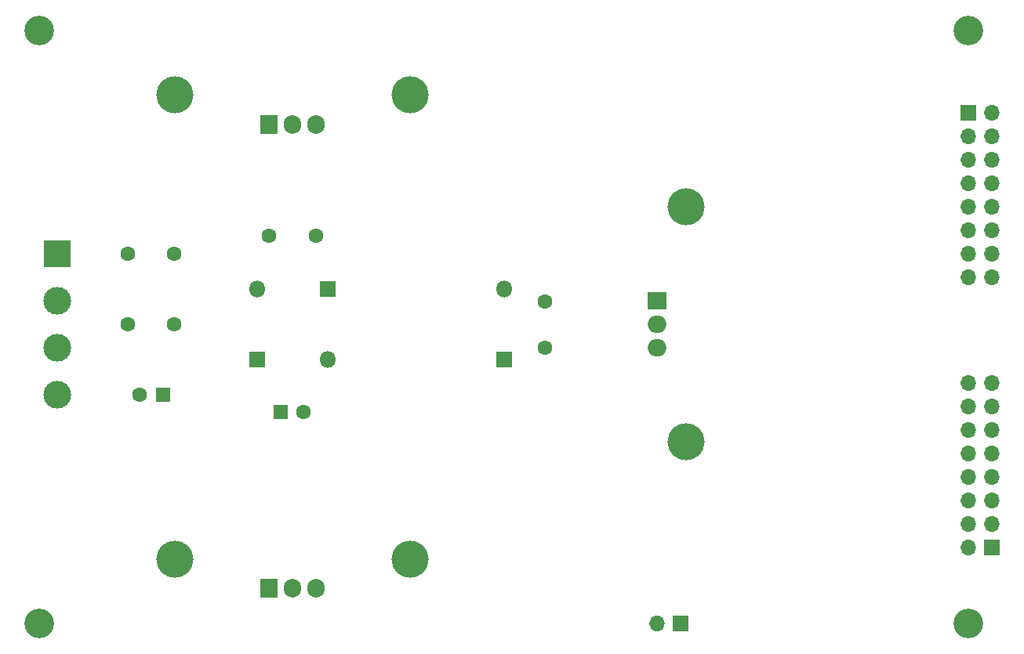
<source format=gbr>
%TF.GenerationSoftware,KiCad,Pcbnew,(5.1.10)-1*%
%TF.CreationDate,2021-10-01T01:08:29-04:00*%
%TF.ProjectId,regulator,72656775-6c61-4746-9f72-2e6b69636164,rev?*%
%TF.SameCoordinates,Original*%
%TF.FileFunction,Soldermask,Top*%
%TF.FilePolarity,Negative*%
%FSLAX46Y46*%
G04 Gerber Fmt 4.6, Leading zero omitted, Abs format (unit mm)*
G04 Created by KiCad (PCBNEW (5.1.10)-1) date 2021-10-01 01:08:29*
%MOMM*%
%LPD*%
G01*
G04 APERTURE LIST*
%ADD10C,3.200000*%
%ADD11C,4.000000*%
%ADD12C,1.600000*%
%ADD13R,1.600000X1.600000*%
%ADD14R,1.800000X1.800000*%
%ADD15O,1.800000X1.800000*%
%ADD16C,3.000000*%
%ADD17R,3.000000X3.000000*%
%ADD18R,1.905000X2.000000*%
%ADD19O,1.905000X2.000000*%
%ADD20R,2.000000X1.905000*%
%ADD21O,2.000000X1.905000*%
%ADD22R,1.700000X1.700000*%
%ADD23O,1.700000X1.700000*%
G04 APERTURE END LIST*
D10*
%TO.C,m3*%
X213995000Y-151765000D03*
%TD*%
%TO.C,m3*%
X113665000Y-151765000D03*
%TD*%
%TO.C,m3*%
X113665000Y-87630000D03*
%TD*%
%TO.C,m3*%
X213995000Y-87630000D03*
%TD*%
D11*
%TO.C,L7912*%
X128270000Y-144780000D03*
X153670000Y-144780000D03*
%TD*%
%TO.C,L7812*%
X183515000Y-132080000D03*
X183515000Y-106680000D03*
%TD*%
%TO.C,L7805*%
X153670000Y-94615000D03*
X128270000Y-94615000D03*
%TD*%
D12*
%TO.C,C1*%
X123190000Y-111760000D03*
X128190000Y-111760000D03*
%TD*%
%TO.C,C2*%
X138510000Y-109855000D03*
X143510000Y-109855000D03*
%TD*%
%TO.C,C3*%
X123190000Y-119380000D03*
X128190000Y-119380000D03*
%TD*%
%TO.C,C4*%
X168275000Y-121920000D03*
X168275000Y-116920000D03*
%TD*%
D13*
%TO.C,C5*%
X127000000Y-127000000D03*
D12*
X124500000Y-127000000D03*
%TD*%
D13*
%TO.C,C6*%
X139700000Y-128905000D03*
D12*
X142200000Y-128905000D03*
%TD*%
D14*
%TO.C,D1*%
X144780000Y-115570000D03*
D15*
X137160000Y-115570000D03*
%TD*%
D14*
%TO.C,D2*%
X163830000Y-123190000D03*
D15*
X163830000Y-115570000D03*
%TD*%
%TO.C,D3*%
X144780000Y-123190000D03*
D14*
X137160000Y-123190000D03*
%TD*%
D16*
%TO.C,J1*%
X115570000Y-116840000D03*
X115570000Y-121920000D03*
D17*
X115570000Y-111760000D03*
D16*
X115570000Y-127000000D03*
%TD*%
D18*
%TO.C,U1*%
X138430000Y-97790000D03*
D19*
X140970000Y-97790000D03*
X143510000Y-97790000D03*
%TD*%
D20*
%TO.C,U2*%
X180340000Y-116840000D03*
D21*
X180340000Y-119380000D03*
X180340000Y-121920000D03*
%TD*%
D19*
%TO.C,U3*%
X143510000Y-147955000D03*
X140970000Y-147955000D03*
D18*
X138430000Y-147955000D03*
%TD*%
D22*
%TO.C,J2*%
X213995000Y-96520000D03*
D23*
X216535000Y-96520000D03*
X213995000Y-99060000D03*
X216535000Y-99060000D03*
X213995000Y-101600000D03*
X216535000Y-101600000D03*
X213995000Y-104140000D03*
X216535000Y-104140000D03*
X213995000Y-106680000D03*
X216535000Y-106680000D03*
X213995000Y-109220000D03*
X216535000Y-109220000D03*
X213995000Y-111760000D03*
X216535000Y-111760000D03*
X213995000Y-114300000D03*
X216535000Y-114300000D03*
%TD*%
%TO.C,J3*%
X213995000Y-125730000D03*
X216535000Y-125730000D03*
X213995000Y-128270000D03*
X216535000Y-128270000D03*
X213995000Y-130810000D03*
X216535000Y-130810000D03*
X213995000Y-133350000D03*
X216535000Y-133350000D03*
X213995000Y-135890000D03*
X216535000Y-135890000D03*
X213995000Y-138430000D03*
X216535000Y-138430000D03*
X213995000Y-140970000D03*
X216535000Y-140970000D03*
X213995000Y-143510000D03*
D22*
X216535000Y-143510000D03*
%TD*%
%TO.C,J4*%
X182880000Y-151765000D03*
D23*
X180340000Y-151765000D03*
%TD*%
M02*

</source>
